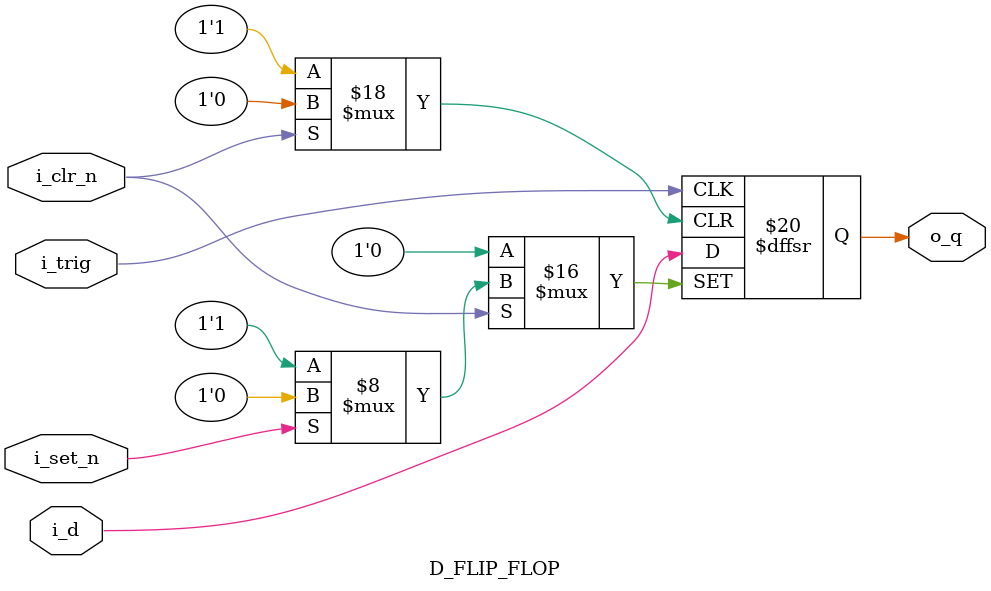
<source format=v>
module D_FLIP_FLOP (
						  input 			i_trig,
						  input			i_d,
						  input			i_set_n,
						  input			i_clr_n,
						  output reg	o_q
						 );
								

always @ (negedge i_set_n or negedge i_clr_n or negedge i_trig)
begin
	if( !i_set_n )begin
		o_q <= 1'b1;
	end else begin
		if( !i_clr_n )begin
			o_q <= 1'b0;
		end else begin
			o_q <= i_d;
		end			
	end
end

endmodule

</source>
